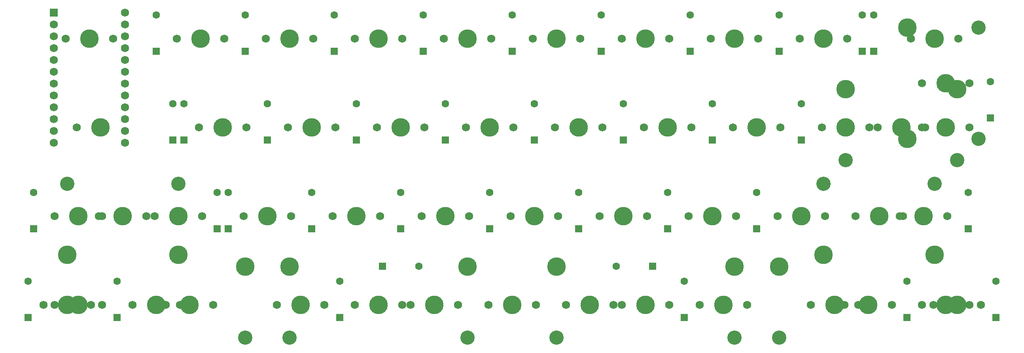
<source format=gbr>
%TF.GenerationSoftware,KiCad,Pcbnew,(5.1.9)-1*%
%TF.CreationDate,2021-08-31T12:46:26-07:00*%
%TF.ProjectId,warpstone,77617270-7374-46f6-9e65-2e6b69636164,rev?*%
%TF.SameCoordinates,Original*%
%TF.FileFunction,Soldermask,Top*%
%TF.FilePolarity,Negative*%
%FSLAX46Y46*%
G04 Gerber Fmt 4.6, Leading zero omitted, Abs format (unit mm)*
G04 Created by KiCad (PCBNEW (5.1.9)-1) date 2021-08-31 12:46:26*
%MOMM*%
%LPD*%
G01*
G04 APERTURE LIST*
%ADD10C,1.752600*%
%ADD11R,1.752600X1.752600*%
%ADD12C,3.987800*%
%ADD13C,1.750000*%
%ADD14C,3.048000*%
%ADD15R,1.600000X1.600000*%
%ADD16C,1.600000*%
G04 APERTURE END LIST*
D10*
%TO.C,U1*%
X52863940Y-32464570D03*
X37623940Y-60404570D03*
X52863940Y-35004570D03*
X52863940Y-37544570D03*
X52863940Y-40084570D03*
X52863940Y-42624570D03*
X52863940Y-45164570D03*
X52863940Y-47704570D03*
X52863940Y-50244570D03*
X52863940Y-52784570D03*
X52863940Y-55324570D03*
X52863940Y-57864570D03*
X52863940Y-60404570D03*
X37623940Y-57864570D03*
X37623940Y-55324570D03*
X37623940Y-52784570D03*
X37623940Y-50244570D03*
X37623940Y-47704570D03*
X37623940Y-45164570D03*
X37623940Y-42624570D03*
X37623940Y-40084570D03*
X37623940Y-37544570D03*
X37623940Y-35004570D03*
D11*
X37623940Y-32464570D03*
%TD*%
D12*
%TO.C,MX30-2.75u1*%
X214313400Y-76200320D03*
D13*
X209233400Y-76200320D03*
X219393400Y-76200320D03*
D14*
X202407150Y-69215320D03*
X226219650Y-69215320D03*
D12*
X202407150Y-84455320D03*
X226219650Y-84455320D03*
%TD*%
%TO.C,MX21-2.25u1*%
X52387720Y-76200320D03*
D13*
X47307720Y-76200320D03*
X57467720Y-76200320D03*
D14*
X40481470Y-69215320D03*
X64293970Y-69215320D03*
D12*
X40481470Y-84455320D03*
X64293970Y-84455320D03*
%TD*%
%TO.C,MX11*%
X47625200Y-57150240D03*
D13*
X42545200Y-57150240D03*
%TD*%
D12*
%TO.C,MX20-ISO1*%
X220345960Y-35687200D03*
X220345960Y-59563200D03*
D14*
X235585960Y-35687200D03*
X235585960Y-59563200D03*
D13*
X233680960Y-47625200D03*
X223520960Y-47625200D03*
D12*
X228600960Y-47625200D03*
%TD*%
%TO.C,MX20-2.25u1*%
X219075920Y-57150240D03*
D13*
X213995920Y-57150240D03*
X224155920Y-57150240D03*
D14*
X207169670Y-64135240D03*
X230982170Y-64135240D03*
D12*
X207169670Y-48895240D03*
X230982170Y-48895240D03*
%TD*%
%TO.C,MX38-1u1*%
X230982220Y-95250400D03*
D13*
X225902220Y-95250400D03*
X236062220Y-95250400D03*
%TD*%
D12*
%TO.C,MX37-1u1*%
X211932140Y-95250400D03*
D13*
X206852140Y-95250400D03*
X217012140Y-95250400D03*
%TD*%
D12*
%TO.C,MX32-1u1*%
X59531500Y-95250400D03*
D13*
X54451500Y-95250400D03*
X64611500Y-95250400D03*
%TD*%
D12*
%TO.C,MX31-1u1*%
X40481420Y-95250400D03*
D13*
X35401420Y-95250400D03*
X45561420Y-95250400D03*
%TD*%
D12*
%TO.C,MX34-7u1*%
X135731820Y-95250400D03*
D13*
X130651820Y-95250400D03*
X140811820Y-95250400D03*
D14*
X78581820Y-102235400D03*
X192881820Y-102235400D03*
D12*
X78581820Y-86995400D03*
X192881820Y-86995400D03*
%TD*%
%TO.C,MX34-6u1*%
X183356820Y-86995400D03*
X88106820Y-86995400D03*
D14*
X183356820Y-102235400D03*
X88106820Y-102235400D03*
D13*
X140811820Y-95250400D03*
X130651820Y-95250400D03*
D12*
X135731820Y-95250400D03*
%TD*%
%TO.C,MX35-3u1*%
X164306940Y-95250400D03*
D13*
X159226940Y-95250400D03*
X169386940Y-95250400D03*
D14*
X145256940Y-102235400D03*
X183356940Y-102235400D03*
D12*
X145256940Y-86995400D03*
X183356940Y-86995400D03*
%TD*%
%TO.C,MX34-3u1*%
X107156700Y-95250400D03*
D13*
X102076700Y-95250400D03*
X112236700Y-95250400D03*
D14*
X88106700Y-102235400D03*
X126206700Y-102235400D03*
D12*
X88106700Y-86995400D03*
X126206700Y-86995400D03*
%TD*%
%TO.C,MX38*%
X228600960Y-95250400D03*
D13*
X223520960Y-95250400D03*
X233680960Y-95250400D03*
%TD*%
D12*
%TO.C,MX37*%
X204788360Y-95250400D03*
D13*
X199708360Y-95250400D03*
X209868360Y-95250400D03*
%TD*%
D12*
%TO.C,MX36*%
X180975760Y-95250400D03*
D13*
X175895760Y-95250400D03*
X186055760Y-95250400D03*
%TD*%
D12*
%TO.C,MX35*%
X152400640Y-95250400D03*
D13*
X147320640Y-95250400D03*
X157480640Y-95250400D03*
%TD*%
D12*
%TO.C,MX34*%
X119063000Y-95250400D03*
D13*
X113983000Y-95250400D03*
X124143000Y-95250400D03*
%TD*%
D12*
%TO.C,MX33*%
X90487880Y-95250400D03*
D13*
X85407880Y-95250400D03*
X95567880Y-95250400D03*
%TD*%
D12*
%TO.C,MX32*%
X66675280Y-95250400D03*
D13*
X61595280Y-95250400D03*
X71755280Y-95250400D03*
%TD*%
D12*
%TO.C,MX31*%
X42862680Y-95250400D03*
D13*
X37782680Y-95250400D03*
X47942680Y-95250400D03*
%TD*%
D12*
%TO.C,MX30*%
X223838440Y-76200320D03*
D13*
X218758440Y-76200320D03*
X228918440Y-76200320D03*
%TD*%
D12*
%TO.C,MX29*%
X197644580Y-76200320D03*
D13*
X192564580Y-76200320D03*
X202724580Y-76200320D03*
%TD*%
D12*
%TO.C,MX28*%
X178594500Y-76200320D03*
D13*
X173514500Y-76200320D03*
X183674500Y-76200320D03*
%TD*%
D12*
%TO.C,MX27*%
X159544420Y-76200320D03*
D13*
X154464420Y-76200320D03*
X164624420Y-76200320D03*
%TD*%
D12*
%TO.C,MX26*%
X140494340Y-76200320D03*
D13*
X135414340Y-76200320D03*
X145574340Y-76200320D03*
%TD*%
D12*
%TO.C,MX25*%
X121444260Y-76200320D03*
D13*
X116364260Y-76200320D03*
X126524260Y-76200320D03*
%TD*%
D12*
%TO.C,MX24*%
X102394180Y-76200320D03*
D13*
X97314180Y-76200320D03*
X107474180Y-76200320D03*
%TD*%
D12*
%TO.C,MX23*%
X83344100Y-76200320D03*
D13*
X78264100Y-76200320D03*
X88424100Y-76200320D03*
%TD*%
D12*
%TO.C,MX22*%
X64294020Y-76200320D03*
D13*
X59214020Y-76200320D03*
X69374020Y-76200320D03*
%TD*%
D12*
%TO.C,MX21*%
X42862680Y-76200320D03*
D13*
X37782680Y-76200320D03*
X47942680Y-76200320D03*
%TD*%
D12*
%TO.C,MX20*%
X228600960Y-57150240D03*
D13*
X223520960Y-57150240D03*
X233680960Y-57150240D03*
%TD*%
D12*
%TO.C,MX19*%
X207169620Y-57150240D03*
D13*
X202089620Y-57150240D03*
X212249620Y-57150240D03*
%TD*%
D12*
%TO.C,MX18*%
X188119540Y-57150240D03*
D13*
X183039540Y-57150240D03*
X193199540Y-57150240D03*
%TD*%
D12*
%TO.C,MX17*%
X169069460Y-57150240D03*
D13*
X163989460Y-57150240D03*
X174149460Y-57150240D03*
%TD*%
D12*
%TO.C,MX16*%
X150019380Y-57150240D03*
D13*
X144939380Y-57150240D03*
X155099380Y-57150240D03*
%TD*%
D12*
%TO.C,MX15*%
X130969300Y-57150240D03*
D13*
X125889300Y-57150240D03*
X136049300Y-57150240D03*
%TD*%
D12*
%TO.C,MX14*%
X111919220Y-57150240D03*
D13*
X106839220Y-57150240D03*
X116999220Y-57150240D03*
%TD*%
D12*
%TO.C,MX13*%
X92869140Y-57150240D03*
D13*
X87789140Y-57150240D03*
X97949140Y-57150240D03*
%TD*%
D12*
%TO.C,MX12*%
X73819060Y-57150240D03*
D13*
X68739060Y-57150240D03*
X78899060Y-57150240D03*
%TD*%
D12*
%TO.C,MX10*%
X226219700Y-38100160D03*
D13*
X221139700Y-38100160D03*
X231299700Y-38100160D03*
%TD*%
D12*
%TO.C,MX9*%
X202407100Y-38100160D03*
D13*
X197327100Y-38100160D03*
X207487100Y-38100160D03*
%TD*%
D12*
%TO.C,MX8*%
X183357020Y-38100160D03*
D13*
X178277020Y-38100160D03*
X188437020Y-38100160D03*
%TD*%
D12*
%TO.C,MX7*%
X164306940Y-38100160D03*
D13*
X159226940Y-38100160D03*
X169386940Y-38100160D03*
%TD*%
D12*
%TO.C,MX6*%
X145256860Y-38100160D03*
D13*
X140176860Y-38100160D03*
X150336860Y-38100160D03*
%TD*%
D12*
%TO.C,MX5*%
X126206780Y-38100160D03*
D13*
X121126780Y-38100160D03*
X131286780Y-38100160D03*
%TD*%
D12*
%TO.C,MX4*%
X107156700Y-38100160D03*
D13*
X102076700Y-38100160D03*
X112236700Y-38100160D03*
%TD*%
D12*
%TO.C,MX3*%
X88106620Y-38100160D03*
D13*
X83026620Y-38100160D03*
X93186620Y-38100160D03*
%TD*%
D12*
%TO.C,MX2*%
X69056540Y-38100160D03*
D13*
X63976540Y-38100160D03*
X74136540Y-38100160D03*
%TD*%
D12*
%TO.C,MX1*%
X45243940Y-38100160D03*
D13*
X40163940Y-38100160D03*
X50323940Y-38100160D03*
%TD*%
D15*
%TO.C,D38*%
X239316630Y-97959770D03*
D16*
X239316630Y-90159770D03*
%TD*%
D15*
%TO.C,D37*%
X220266550Y-97959770D03*
D16*
X220266550Y-90159770D03*
%TD*%
D15*
%TO.C,D36*%
X172641350Y-97959770D03*
D16*
X172641350Y-90159770D03*
%TD*%
D15*
%TO.C,D35*%
X165825680Y-86915990D03*
D16*
X158025680Y-86915990D03*
%TD*%
D15*
%TO.C,D34*%
X108019220Y-86915990D03*
D16*
X115819220Y-86915990D03*
%TD*%
D15*
%TO.C,D33*%
X98822290Y-97959770D03*
D16*
X98822290Y-90159770D03*
%TD*%
D15*
%TO.C,D32*%
X51197090Y-97959770D03*
D16*
X51197090Y-90159770D03*
%TD*%
D15*
%TO.C,D31*%
X32147010Y-97959770D03*
D16*
X32147010Y-90159770D03*
%TD*%
D15*
%TO.C,D30*%
X233363480Y-78909690D03*
D16*
X233363480Y-71109690D03*
%TD*%
D15*
%TO.C,D29*%
X188119540Y-78909690D03*
D16*
X188119540Y-71109690D03*
%TD*%
D15*
%TO.C,D28*%
X169069460Y-78909690D03*
D16*
X169069460Y-71109690D03*
%TD*%
D15*
%TO.C,D27*%
X150019380Y-78909690D03*
D16*
X150019380Y-71109690D03*
%TD*%
D15*
%TO.C,D26*%
X130969300Y-78909690D03*
D16*
X130969300Y-71109690D03*
%TD*%
D15*
%TO.C,D25*%
X111919220Y-78909690D03*
D16*
X111919220Y-71109690D03*
%TD*%
D15*
%TO.C,D24*%
X92869140Y-78909690D03*
D16*
X92869140Y-71109690D03*
%TD*%
D15*
%TO.C,D23*%
X75009690Y-78909690D03*
D16*
X75009690Y-71109690D03*
%TD*%
D15*
%TO.C,D22*%
X72628430Y-78909690D03*
D16*
X72628430Y-71109690D03*
%TD*%
D15*
%TO.C,D21*%
X33337640Y-78909690D03*
D16*
X33337640Y-71109690D03*
%TD*%
D15*
%TO.C,D20*%
X238126000Y-55097090D03*
D16*
X238126000Y-47297090D03*
%TD*%
D15*
%TO.C,D19*%
X197644580Y-59859610D03*
D16*
X197644580Y-52059610D03*
%TD*%
D15*
%TO.C,D18*%
X178594500Y-59859610D03*
D16*
X178594500Y-52059610D03*
%TD*%
D15*
%TO.C,D17*%
X159544420Y-59859610D03*
D16*
X159544420Y-52059610D03*
%TD*%
D15*
%TO.C,D16*%
X140494340Y-59859610D03*
D16*
X140494340Y-52059610D03*
%TD*%
D15*
%TO.C,D15*%
X121444260Y-59859610D03*
D16*
X121444260Y-52059610D03*
%TD*%
D15*
%TO.C,D14*%
X102394180Y-59859610D03*
D16*
X102394180Y-52059610D03*
%TD*%
D15*
%TO.C,D13*%
X83344100Y-59859610D03*
D16*
X83344100Y-52059610D03*
%TD*%
D15*
%TO.C,D12*%
X65484650Y-59859610D03*
D16*
X65484650Y-52059610D03*
%TD*%
D15*
%TO.C,D11*%
X63103390Y-59859610D03*
D16*
X63103390Y-52059610D03*
%TD*%
D15*
%TO.C,D10*%
X213122770Y-40809530D03*
D16*
X213122770Y-33009530D03*
%TD*%
D15*
%TO.C,D9*%
X210741510Y-40809530D03*
D16*
X210741510Y-33009530D03*
%TD*%
D15*
%TO.C,D8*%
X192882060Y-40809530D03*
D16*
X192882060Y-33009530D03*
%TD*%
D15*
%TO.C,D7*%
X173831980Y-40809530D03*
D16*
X173831980Y-33009530D03*
%TD*%
D15*
%TO.C,D6*%
X154781900Y-40809530D03*
D16*
X154781900Y-33009530D03*
%TD*%
D15*
%TO.C,D5*%
X135731820Y-40809530D03*
D16*
X135731820Y-33009530D03*
%TD*%
D15*
%TO.C,D4*%
X116681740Y-40809530D03*
D16*
X116681740Y-33009530D03*
%TD*%
D15*
%TO.C,D3*%
X97631660Y-40809530D03*
D16*
X97631660Y-33009530D03*
%TD*%
D15*
%TO.C,D2*%
X78581580Y-40809530D03*
D16*
X78581580Y-33009530D03*
%TD*%
D15*
%TO.C,D1*%
X59531500Y-40809530D03*
D16*
X59531500Y-33009530D03*
%TD*%
M02*

</source>
